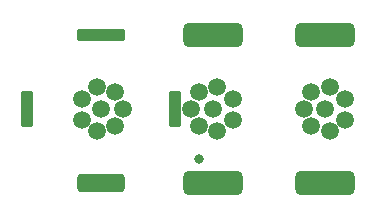
<source format=gts>
G04*
G04 #@! TF.GenerationSoftware,Altium Limited,Altium Designer,23.3.1 (30)*
G04*
G04 Layer_Color=8388736*
%FSLAX44Y44*%
%MOMM*%
G71*
G04*
G04 #@! TF.SameCoordinates,065D5753-7B19-4784-9F45-B8A4711B8C0D*
G04*
G04*
G04 #@! TF.FilePolarity,Negative*
G04*
G01*
G75*
%ADD11C,0.8032*%
G04:AMPARAMS|DCode=12|XSize=3.1mm|YSize=1.1mm|CornerRadius=0.3mm|HoleSize=0mm|Usage=FLASHONLY|Rotation=90.000|XOffset=0mm|YOffset=0mm|HoleType=Round|Shape=RoundedRectangle|*
%AMROUNDEDRECTD12*
21,1,3.1000,0.5000,0,0,90.0*
21,1,2.5000,1.1000,0,0,90.0*
1,1,0.6000,0.2500,1.2500*
1,1,0.6000,0.2500,-1.2500*
1,1,0.6000,-0.2500,-1.2500*
1,1,0.6000,-0.2500,1.2500*
%
%ADD12ROUNDEDRECTD12*%
%ADD13C,1.5000*%
G04:AMPARAMS|DCode=14|XSize=5.1mm|YSize=2.1mm|CornerRadius=0.55mm|HoleSize=0mm|Usage=FLASHONLY|Rotation=180.000|XOffset=0mm|YOffset=0mm|HoleType=Round|Shape=RoundedRectangle|*
%AMROUNDEDRECTD14*
21,1,5.1000,1.0000,0,0,180.0*
21,1,4.0000,2.1000,0,0,180.0*
1,1,1.1000,-2.0000,0.5000*
1,1,1.1000,2.0000,0.5000*
1,1,1.1000,2.0000,-0.5000*
1,1,1.1000,-2.0000,-0.5000*
%
%ADD14ROUNDEDRECTD14*%
G04:AMPARAMS|DCode=15|XSize=4.1mm|YSize=1.1mm|CornerRadius=0.3mm|HoleSize=0mm|Usage=FLASHONLY|Rotation=0.000|XOffset=0mm|YOffset=0mm|HoleType=Round|Shape=RoundedRectangle|*
%AMROUNDEDRECTD15*
21,1,4.1000,0.5000,0,0,0.0*
21,1,3.5000,1.1000,0,0,0.0*
1,1,0.6000,1.7500,-0.2500*
1,1,0.6000,-1.7500,-0.2500*
1,1,0.6000,-1.7500,0.2500*
1,1,0.6000,1.7500,0.2500*
%
%ADD15ROUNDEDRECTD15*%
G04:AMPARAMS|DCode=16|XSize=4.1mm|YSize=1.6mm|CornerRadius=0.425mm|HoleSize=0mm|Usage=FLASHONLY|Rotation=0.000|XOffset=0mm|YOffset=0mm|HoleType=Round|Shape=RoundedRectangle|*
%AMROUNDEDRECTD16*
21,1,4.1000,0.7500,0,0,0.0*
21,1,3.2500,1.6000,0,0,0.0*
1,1,0.8500,1.6250,-0.3750*
1,1,0.8500,-1.6250,-0.3750*
1,1,0.8500,-1.6250,0.3750*
1,1,0.8500,1.6250,0.3750*
%
%ADD16ROUNDEDRECTD16*%
D11*
X160000Y42500D02*
D03*
D12*
X14533Y85000D02*
D03*
X139533D02*
D03*
D13*
X283500Y76000D02*
D03*
Y94000D02*
D03*
X270500Y103500D02*
D03*
X255000Y99500D02*
D03*
X248500Y85000D02*
D03*
X267000D02*
D03*
X255000Y70500D02*
D03*
X270500Y66500D02*
D03*
X60533Y94000D02*
D03*
Y76000D02*
D03*
X73533Y66500D02*
D03*
X89033Y70500D02*
D03*
X95533Y85000D02*
D03*
X77033Y85000D02*
D03*
X89033Y99500D02*
D03*
X73533Y103500D02*
D03*
X188500Y94000D02*
D03*
Y76000D02*
D03*
X175500Y66500D02*
D03*
X160000Y70500D02*
D03*
X153500Y85000D02*
D03*
X172000D02*
D03*
X160000Y99500D02*
D03*
X175500Y103500D02*
D03*
D14*
X267000Y22500D02*
D03*
Y147500D02*
D03*
X172000D02*
D03*
Y22500D02*
D03*
D15*
X77033Y147500D02*
D03*
D16*
Y22500D02*
D03*
M02*

</source>
